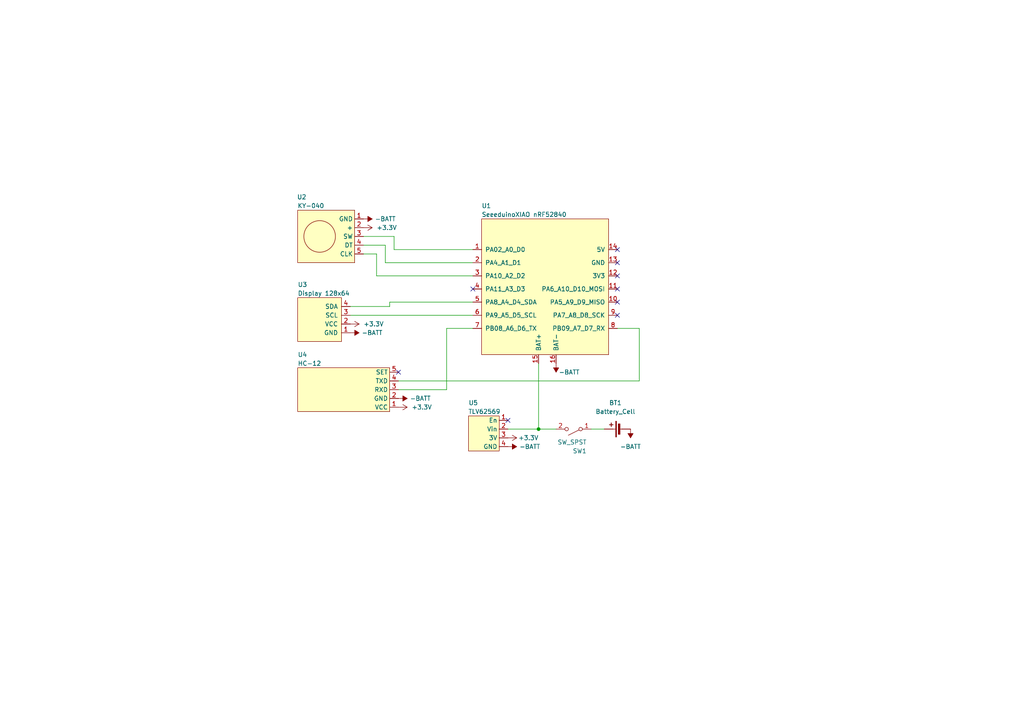
<source format=kicad_sch>
(kicad_sch (version 20230121) (generator eeschema)
  (paper "A4")
  (lib_symbols
    (symbol "Device:Battery_Cell" (pin_numbers hide) (pin_names (offset 0) hide)
      (property "Reference" "BT1" (at 3.81 3.1115 0))
      (property "Value" "Battery_Cell" (at 3.81 0.5715 0))
      (symbol "Battery_Cell_0_1"
        (rectangle (start -2.286 1.778) (end 2.286 1.524) (fill (type outline)))
        (rectangle (start -1.524 1.016) (end 1.524 0.508) (fill (type outline)))
        (polyline (pts (xy 0 0.762) (xy 0 0)))
        (polyline (pts (xy 0 1.778) (xy 0 2.54)))
        (polyline (pts (xy 0.762 3.048) (xy 1.778 3.048)) (stroke (width 0.254)))
        (polyline (pts (xy 1.27 3.556) (xy 1.27 2.54)) (stroke (width 0.254)))
      )
      (symbol "Battery_Cell_1_1"
        (pin power_out line (at 0 5.08 270) (length 2.54) (name "+") (number "1"))
        (pin power_out line (at 0 -2.54 90) (length 2.54) (name "-") (number "2"))
      )
    )
    (symbol "MyLibrary:TLV62569_3.3V_Buck_Converter_Breakout"
      (property "Reference" "U6" (at 1.905 -6.35 0))
      (property "Value" "TLV62569 " (at 4.445 0.635 0))
      (symbol "TLV62569_3.3V_Buck_Converter_Breakout_1_1"
        (rectangle (start 0 -1.27) (end 8.89 -11.43) (fill (type background)))
        (pin input line (at 11.43 -2.54 180) (length 2.54) (name "En") (number "1"))
        (pin power_in line (at 11.43 -5.08 180) (length 2.54) (name "Vin") (number "2"))
        (pin power_out line (at 11.43 -7.62 180) (length 2.54) (name "3V") (number "3"))
        (pin unspecified line (at 11.43 -10.16 180) (length 2.54) (name "GND") (number "4"))
      )
    )
    (symbol "Parts:HC-12"
      (property "Reference" "U3" (at 27.94 5.08 0))
      (property "Value" "HC-12" (at 27.94 2.54 0))
      (property "Footprint" "Connector_PinHeader_2.54mm:PinHeader_1x05_P2.54mm_Vertical" (at 26.67 -12.7 0))
      (symbol "HC-12_1_1"
        (rectangle (start 1.27 1.27) (end 27.94 -11.43) (fill (type background)))
        (pin power_in line (at -1.27 -10.16 0) (length 2.54) (name "VCC") (number "1"))
        (pin power_in line (at -1.27 -7.62 0) (length 2.54) (name "GND") (number "2"))
        (pin input line (at -1.27 -5.08 0) (length 2.54) (name "RXD") (number "3"))
        (pin output line (at -1.27 -2.54 0) (length 2.54) (name "TXD") (number "4"))
        (pin input line (at -1.27 0 0) (length 2.54) (name "SET") (number "5"))
      )
    )
    (symbol "Parts:RotaryEncoder_Breakout"
      (property "Reference" "U2" (at 1.27 -21.59 0))
      (property "Value" "KY-040" (at 2.54 -19.05 0))
      (symbol "RotaryEncoder_Breakout_0_1"
        (circle (center 5.08 -8.89) (radius 4.5791))
      )
      (symbol "RotaryEncoder_Breakout_1_1"
        (rectangle (start -1.27 -1.27) (end 15.24 -16.51) (fill (type background)))
        (pin input line (at 17.78 -13.97 180) (length 2.54) (name "GND") (number "1"))
        (pin input line (at 17.78 -11.43 180) (length 2.54) (name "+") (number "2"))
        (pin output line (at 17.78 -8.89 180) (length 2.54) (name "SW") (number "3"))
        (pin output line (at 17.78 -6.35 180) (length 2.54) (name "DT") (number "4"))
        (pin output line (at 17.78 -3.81 180) (length 2.54) (name "CLK") (number "5"))
      )
    )
    (symbol "SSD1306-128x64_OLED:SSD1306" (pin_names (offset 1.016))
      (property "Reference" "Brd" (at 0 -3.81 0))
      (property "Value" "SSD1306" (at 0 -1.27 0))
      (symbol "SSD1306_0_1"
        (rectangle (start -6.35 6.35) (end 6.35 -6.35) (fill (type background)))
      )
      (symbol "SSD1306_1_1"
        (pin input line (at -3.81 8.89 270) (length 2.54) (name "GND") (number "1"))
        (pin input line (at -1.27 8.89 270) (length 2.54) (name "VCC") (number "2"))
        (pin input line (at 1.27 8.89 270) (length 2.54) (name "SCL") (number "3"))
        (pin input line (at 3.81 8.89 270) (length 2.54) (name "SDA") (number "4"))
      )
    )
    (symbol "Seeeduino XIAO:SeeeduinoXIAO nRF52840" (pin_names (offset 1.016))
      (property "Reference" "U5" (at -19.05 25.4 0))
      (property "Value" "SeeeduinoXIAO nRF52840" (at -19.05 22.86 0))
      (symbol "SeeeduinoXIAO nRF52840_1_1"
        (rectangle (start -19.05 20.32) (end 17.78 -19.05) (fill (type background)))
        (pin unspecified line (at -21.59 11.43 0) (length 2.54) (name "PA02_A0_D0") (number "1"))
        (pin unspecified line (at 20.32 -3.81 180) (length 2.54) (name "PA5_A9_D9_MISO") (number "10"))
        (pin unspecified line (at 20.32 0 180) (length 2.54) (name "PA6_A10_D10_MOSI") (number "11"))
        (pin unspecified line (at 20.32 3.81 180) (length 2.54) (name "3V3") (number "12"))
        (pin unspecified line (at 20.32 7.62 180) (length 2.54) (name "GND") (number "13"))
        (pin unspecified line (at 20.32 11.43 180) (length 2.54) (name "5V") (number "14"))
        (pin input line (at -2.54 -21.59 90) (length 2.54) (name "BAT+") (number "15"))
        (pin input line (at 2.54 -21.59 90) (length 2.54) (name "BAT-") (number "16"))
        (pin unspecified line (at -21.59 7.62 0) (length 2.54) (name "PA4_A1_D1") (number "2"))
        (pin unspecified line (at -21.59 3.81 0) (length 2.54) (name "PA10_A2_D2") (number "3"))
        (pin unspecified line (at -21.59 0 0) (length 2.54) (name "PA11_A3_D3") (number "4"))
        (pin unspecified line (at -21.59 -3.81 0) (length 2.54) (name "PA8_A4_D4_SDA") (number "5"))
        (pin unspecified line (at -21.59 -7.62 0) (length 2.54) (name "PA9_A5_D5_SCL") (number "6"))
        (pin unspecified line (at -21.59 -11.43 0) (length 2.54) (name "PB08_A6_D6_TX") (number "7"))
        (pin unspecified line (at 20.32 -11.43 180) (length 2.54) (name "PB09_A7_D7_RX") (number "8"))
        (pin unspecified line (at 20.32 -7.62 180) (length 2.54) (name "PA7_A8_D8_SCK") (number "9"))
      )
    )
    (symbol "Switch:SW_SPST" (pin_names (offset 0) hide)
      (property "Reference" "SW1" (at -3.81 6.35 0))
      (property "Value" "SW_SPST" (at -3.81 3.81 0))
      (symbol "SW_SPST_0_0"
        (circle (center -2.032 0) (radius 0.508))
        (polyline (pts (xy -1.524 0.254) (xy 1.524 1.778)))
        (circle (center 2.032 0) (radius 0.508))
      )
      (symbol "SW_SPST_1_1"
        (pin passive line (at -5.08 0 0) (length 2.54) (name "A") (number "1"))
        (pin passive line (at 5.08 0 180) (length 2.54) (name "B") (number "2"))
      )
    )
    (symbol "power:+3.3V" (power) (pin_names (offset 0))
      (property "Value" "+3.3V" (at 0 3.556 0))
      (symbol "+3.3V_0_1"
        (polyline (pts (xy -0.762 1.27) (xy 0 2.54)))
        (polyline (pts (xy 0 0) (xy 0 2.54)))
        (polyline (pts (xy 0 2.54) (xy 0.762 1.27)))
      )
      (symbol "+3.3V_1_1"
        (pin power_in line (at 0 0 90) (length 0) hide (name "+3.3V") (number "1"))
      )
    )
    (symbol "power:-BATT" (power) (pin_names (offset 0))
      (property "Value" "-BATT" (at 0 3.556 0))
      (symbol "-BATT_0_1"
        (polyline (pts (xy 0 0) (xy 0 2.54)))
        (polyline (pts (xy 0.762 1.27) (xy -0.762 1.27) (xy 0 2.54) (xy 0.762 1.27)) (fill (type outline)))
      )
      (symbol "-BATT_1_1"
        (pin power_in line (at 0 0 90) (length 0) hide (name "-BATT") (number "1"))
      )
    )
  )
  (junction (at 156.21 124.46))
  (no_connect (at 179.07 83.82))
  (no_connect (at 137.16 83.82))
  (no_connect (at 179.07 91.44))
  (no_connect (at 147.32 121.92))
  (no_connect (at 179.07 76.2))
  (no_connect (at 179.07 80.01))
  (no_connect (at 179.07 72.39))
  (no_connect (at 115.57 107.95))
  (no_connect (at 179.07 87.63))
  (wire (pts (xy 115.57 110.49) (xy 185.42 110.49)))
  (wire (pts (xy 156.21 105.41) (xy 156.21 124.46)))
  (wire (pts (xy 105.41 68.58) (xy 114.3 68.58)))
  (wire (pts (xy 185.42 110.49) (xy 185.42 95.25)))
  (wire (pts (xy 111.76 71.12) (xy 105.41 71.12)))
  (wire (pts (xy 109.22 73.66) (xy 109.22 80.01)))
  (wire (pts (xy 109.22 73.66) (xy 105.41 73.66)))
  (wire (pts (xy 137.16 80.01) (xy 109.22 80.01)))
  (wire (pts (xy 101.6 88.9) (xy 113.03 88.9)))
  (wire (pts (xy 129.54 95.25) (xy 137.16 95.25)))
  (wire (pts (xy 115.57 113.03) (xy 129.54 113.03)))
  (wire (pts (xy 101.6 91.44) (xy 137.16 91.44)))
  (wire (pts (xy 185.42 95.25) (xy 179.07 95.25)))
  (wire (pts (xy 129.54 113.03) (xy 129.54 95.25)))
  (wire (pts (xy 113.03 87.63) (xy 137.16 87.63)))
  (wire (pts (xy 147.32 124.46) (xy 156.21 124.46)))
  (wire (pts (xy 171.45 124.46) (xy 175.26 124.46)))
  (wire (pts (xy 156.21 124.46) (xy 161.29 124.46)))
  (wire (pts (xy 113.03 87.63) (xy 113.03 88.9)))
  (wire (pts (xy 137.16 72.39) (xy 114.3 72.39)))
  (wire (pts (xy 111.76 71.12) (xy 111.76 76.2)))
  (wire (pts (xy 137.16 76.2) (xy 111.76 76.2)))
  (wire (pts (xy 114.3 68.58) (xy 114.3 72.39)))
  (symbol (lib_id "Parts:RotaryEncoder_Breakout") (at 87.63 77.47 0) (mirror x) (unit 1)
    (property "Reference" "U2" (at 88.9 57.15 0) (effects (justify right)))
    (property "Value" "KY-040" (at 90.17 59.69 0))
    (property "Footprint" "Gadget:RotaryEncoder KY-040" (effects hide))
  )
  (symbol (lib_id "power:+3.3V") (at 147.32 127 270) (unit 1)
    (property "Reference" "#PWR07" (effects hide))
    (property "Value" "+3.3V" (at 156.21 127 90) (effects (justify right)))
  )
  (symbol (lib_id "power:+3.3V") (at 115.57 118.11 270) (unit 1)
    (property "Reference" "#PWR010" (effects hide))
    (property "Value" "+3.3V" (at 119.38 118.11 90) (effects (justify left)))
  )
  (symbol (lib_id "power:-BATT") (at 101.6 96.52 270) (unit 1)
    (property "Reference" "#PWR05" (effects hide))
    (property "Value" "-BATT" (at 107.95 96.52 90))
  )
  (symbol (lib_id "Switch:SW_SPST") (at 166.37 124.46 180) (unit 1)
    (property "Reference" "SW1" (at 170.18 130.81 0) (effects (justify left)))
    (property "Value" "SW_SPST" (at 170.18 128.27 0) (effects (justify left)))
    (property "Footprint" "Gadget:Switch" (effects hide))
  )
  (symbol (lib_id "power:+3.3V") (at 105.41 66.04 270) (unit 1)
    (property "Reference" "#PWR08" (effects hide))
    (property "Value" "+3.3V" (at 109.22 66.04 90) (effects (justify left)))
  )
  (symbol (lib_id "power:-BATT") (at 115.57 115.57 270) (unit 1)
    (property "Reference" "#PWR04" (effects hide))
    (property "Value" "-BATT" (at 121.92 115.57 90))
  )
  (symbol (lib_id "power:-BATT") (at 147.32 129.54 270) (mirror x) (unit 1)
    (property "Reference" "#PWR01" (effects hide))
    (property "Value" "-BATT" (at 153.67 129.54 90))
  )
  (symbol (lib_id "power:-BATT") (at 182.88 124.46 180) (unit 1)
    (property "Reference" "#PWR03" (effects hide))
    (property "Value" "-BATT" (at 182.88 129.54 0))
  )
  (symbol (lib_id "Seeeduino XIAO:SeeeduinoXIAO nRF52840") (at 158.75 83.82 0) (unit 1)
    (property "Reference" "U1" (at 139.7 59.69 0) (effects (justify left)))
    (property "Value" "SeeeduinoXIAO nRF52840" (at 139.7 62.23 0) (effects (justify left)))
    (property "Footprint" "Gadget:XIAO-NRF52840" (effects hide))
  )
  (symbol (lib_id "power:-BATT") (at 105.41 63.5 270) (unit 1)
    (property "Reference" "#PWR06" (effects hide))
    (property "Value" "-BATT" (at 111.76 63.5 90))
  )
  (symbol (lib_id "power:+3.3V") (at 101.6 93.98 270) (unit 1)
    (property "Reference" "#PWR09" (effects hide))
    (property "Value" "+3.3V" (at 105.41 93.98 90) (effects (justify left)))
  )
  (symbol (lib_id "MyLibrary:TLV62569_3.3V_Buck_Converter_Breakout") (at 135.89 119.38 0) (unit 1)
    (property "Reference" "U5" (at 135.89 116.84 0) (effects (justify left)))
    (property "Value" "TLV62569 " (at 140.97 119.38 0))
    (property "Footprint" "Gadget:TLV62569" (effects hide))
    (property "Link" "https://www.adafruit.com/product/4711" (effects hide))
  )
  (symbol (lib_id "SSD1306-128x64_OLED:SSD1306") (at 92.71 92.71 270) (mirror x) (unit 1)
    (property "Reference" "U3" (at 86.36 82.55 90) (effects (justify left)))
    (property "Value" "Display 128x64" (at 86.36 85.09 90) (effects (justify left)))
    (property "Footprint" "Gadget:Display 0.96 128x64" (effects hide))
  )
  (symbol (lib_id "power:-BATT") (at 161.29 105.41 180) (unit 1)
    (property "Reference" "#PWR02" (effects hide))
    (property "Value" "-BATT" (at 165.1 107.95 0))
  )
  (symbol (lib_id "Parts:HC-12") (at 114.3 107.95 0) (mirror y) (unit 1)
    (property "Reference" "U4" (at 86.36 102.87 0) (effects (justify right)))
    (property "Value" "HC-12" (at 86.36 105.41 0) (effects (justify right)))
    (property "Footprint" "Gadget:HC-12" (effects hide))
  )
  (symbol (lib_id "Device:Battery_Cell") (at 180.34 124.46 90) (unit 1)
    (property "Reference" "BT1" (at 178.4985 116.84 90))
    (property "Value" "Battery_Cell" (at 178.4985 119.38 90))
    (property "Footprint" "Gadget:Battery Connector" (effects hide))
  )
)
</source>
